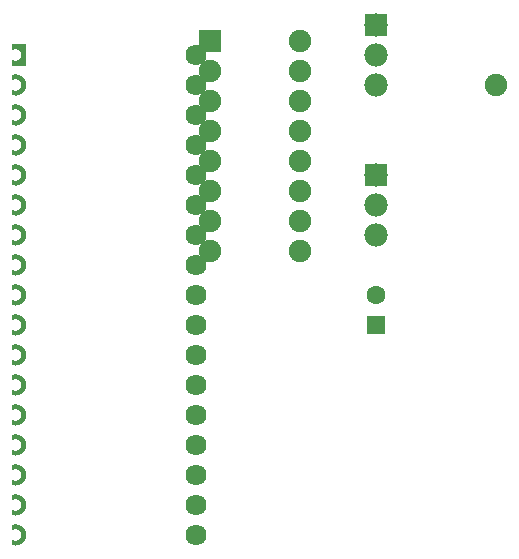
<source format=gbl>
G04 MADE WITH FRITZING*
G04 WWW.FRITZING.ORG*
G04 DOUBLE SIDED*
G04 HOLES PLATED*
G04 CONTOUR ON CENTER OF CONTOUR VECTOR*
%ASAXBY*%
%FSLAX23Y23*%
%MOIN*%
%OFA0B0*%
%SFA1.0B1.0*%
%ADD10C,0.062992*%
%ADD11C,0.075000*%
%ADD12C,0.078000*%
%ADD13C,0.070555*%
%ADD14C,0.070583*%
%ADD15R,0.062992X0.062992*%
%ADD16R,0.078000X0.078000*%
%ADD17R,0.075000X0.075000*%
%ADD18R,0.001000X0.001000*%
%LNCOPPER0*%
G90*
G70*
G54D10*
X1211Y1179D03*
X1211Y1278D03*
G54D11*
X1611Y1978D03*
G54D12*
X1211Y2178D03*
X1211Y2078D03*
X1211Y1978D03*
X1211Y1678D03*
X1211Y1578D03*
X1211Y1478D03*
G54D13*
X611Y2078D03*
X611Y1978D03*
X611Y1878D03*
X611Y1778D03*
X611Y1678D03*
X611Y1578D03*
X611Y1278D03*
G54D14*
X611Y1178D03*
G54D13*
X611Y1378D03*
X611Y1478D03*
G54D14*
X611Y1078D03*
X611Y978D03*
G54D13*
X611Y878D03*
X611Y778D03*
G54D14*
X611Y678D03*
X611Y578D03*
X611Y478D03*
G54D11*
X657Y2125D03*
X957Y2125D03*
X657Y2025D03*
X957Y2025D03*
X657Y1925D03*
X957Y1925D03*
X657Y1825D03*
X957Y1825D03*
X657Y1725D03*
X957Y1725D03*
X657Y1625D03*
X957Y1625D03*
X657Y1525D03*
X957Y1525D03*
X657Y1425D03*
X957Y1425D03*
G54D15*
X1211Y1179D03*
G54D16*
X1211Y2178D03*
X1211Y1678D03*
G54D17*
X657Y2125D03*
G54D18*
X0Y2113D02*
X45Y2113D01*
X0Y2112D02*
X45Y2112D01*
X0Y2111D02*
X45Y2111D01*
X0Y2110D02*
X45Y2110D01*
X0Y2109D02*
X45Y2109D01*
X0Y2108D02*
X45Y2108D01*
X0Y2107D02*
X45Y2107D01*
X0Y2106D02*
X45Y2106D01*
X0Y2105D02*
X45Y2105D01*
X0Y2104D02*
X45Y2104D01*
X0Y2103D02*
X45Y2103D01*
X0Y2102D02*
X45Y2102D01*
X0Y2101D02*
X45Y2101D01*
X0Y2100D02*
X45Y2100D01*
X0Y2099D02*
X45Y2099D01*
X0Y2098D02*
X45Y2098D01*
X0Y2097D02*
X45Y2097D01*
X0Y2096D02*
X5Y2096D01*
X17Y2096D02*
X45Y2096D01*
X0Y2095D02*
X2Y2095D01*
X20Y2095D02*
X45Y2095D01*
X0Y2094D02*
X0Y2094D01*
X22Y2094D02*
X45Y2094D01*
X23Y2093D02*
X45Y2093D01*
X24Y2092D02*
X45Y2092D01*
X25Y2091D02*
X45Y2091D01*
X26Y2090D02*
X45Y2090D01*
X27Y2089D02*
X45Y2089D01*
X27Y2088D02*
X45Y2088D01*
X28Y2087D02*
X45Y2087D01*
X28Y2086D02*
X45Y2086D01*
X29Y2085D02*
X45Y2085D01*
X29Y2084D02*
X45Y2084D01*
X29Y2083D02*
X45Y2083D01*
X29Y2082D02*
X45Y2082D01*
X29Y2081D02*
X45Y2081D01*
X30Y2080D02*
X45Y2080D01*
X30Y2079D02*
X45Y2079D01*
X30Y2078D02*
X45Y2078D01*
X30Y2077D02*
X45Y2077D01*
X30Y2076D02*
X45Y2076D01*
X29Y2075D02*
X45Y2075D01*
X29Y2074D02*
X45Y2074D01*
X29Y2073D02*
X45Y2073D01*
X29Y2072D02*
X45Y2072D01*
X29Y2071D02*
X45Y2071D01*
X28Y2070D02*
X45Y2070D01*
X28Y2069D02*
X45Y2069D01*
X27Y2068D02*
X45Y2068D01*
X27Y2067D02*
X45Y2067D01*
X26Y2066D02*
X45Y2066D01*
X25Y2065D02*
X45Y2065D01*
X24Y2064D02*
X45Y2064D01*
X23Y2063D02*
X45Y2063D01*
X0Y2062D02*
X0Y2062D01*
X21Y2062D02*
X45Y2062D01*
X0Y2061D02*
X2Y2061D01*
X19Y2061D02*
X45Y2061D01*
X0Y2060D02*
X5Y2060D01*
X16Y2060D02*
X45Y2060D01*
X0Y2059D02*
X45Y2059D01*
X0Y2058D02*
X45Y2058D01*
X0Y2057D02*
X45Y2057D01*
X0Y2056D02*
X45Y2056D01*
X0Y2055D02*
X45Y2055D01*
X0Y2054D02*
X45Y2054D01*
X0Y2053D02*
X45Y2053D01*
X0Y2052D02*
X45Y2052D01*
X0Y2051D02*
X45Y2051D01*
X0Y2050D02*
X45Y2050D01*
X0Y2049D02*
X45Y2049D01*
X0Y2048D02*
X45Y2048D01*
X0Y2047D02*
X45Y2047D01*
X0Y2046D02*
X45Y2046D01*
X0Y2045D02*
X45Y2045D01*
X0Y2044D02*
X45Y2044D01*
X0Y2043D02*
X45Y2043D01*
X7Y2013D02*
X15Y2013D01*
X2Y2012D02*
X19Y2012D01*
X0Y2011D02*
X22Y2011D01*
X0Y2010D02*
X24Y2010D01*
X0Y2009D02*
X26Y2009D01*
X0Y2008D02*
X28Y2008D01*
X0Y2007D02*
X29Y2007D01*
X0Y2006D02*
X31Y2006D01*
X0Y2005D02*
X32Y2005D01*
X0Y2004D02*
X33Y2004D01*
X0Y2003D02*
X34Y2003D01*
X0Y2002D02*
X35Y2002D01*
X0Y2001D02*
X36Y2001D01*
X0Y2000D02*
X37Y2000D01*
X0Y1999D02*
X38Y1999D01*
X0Y1998D02*
X39Y1998D01*
X0Y1997D02*
X39Y1997D01*
X0Y1996D02*
X5Y1996D01*
X17Y1996D02*
X40Y1996D01*
X0Y1995D02*
X2Y1995D01*
X20Y1995D02*
X41Y1995D01*
X0Y1994D02*
X0Y1994D01*
X22Y1994D02*
X41Y1994D01*
X23Y1993D02*
X42Y1993D01*
X24Y1992D02*
X42Y1992D01*
X25Y1991D02*
X43Y1991D01*
X26Y1990D02*
X43Y1990D01*
X27Y1989D02*
X43Y1989D01*
X27Y1988D02*
X44Y1988D01*
X28Y1987D02*
X44Y1987D01*
X28Y1986D02*
X44Y1986D01*
X29Y1985D02*
X45Y1985D01*
X29Y1984D02*
X45Y1984D01*
X29Y1983D02*
X45Y1983D01*
X29Y1982D02*
X45Y1982D01*
X29Y1981D02*
X45Y1981D01*
X30Y1980D02*
X45Y1980D01*
X30Y1979D02*
X45Y1979D01*
X30Y1978D02*
X45Y1978D01*
X30Y1977D02*
X45Y1977D01*
X30Y1976D02*
X45Y1976D01*
X29Y1975D02*
X45Y1975D01*
X29Y1974D02*
X45Y1974D01*
X29Y1973D02*
X45Y1973D01*
X29Y1972D02*
X45Y1972D01*
X29Y1971D02*
X45Y1971D01*
X28Y1970D02*
X44Y1970D01*
X28Y1969D02*
X44Y1969D01*
X27Y1968D02*
X44Y1968D01*
X27Y1967D02*
X43Y1967D01*
X26Y1966D02*
X43Y1966D01*
X25Y1965D02*
X42Y1965D01*
X24Y1964D02*
X42Y1964D01*
X23Y1963D02*
X42Y1963D01*
X0Y1962D02*
X0Y1962D01*
X21Y1962D02*
X41Y1962D01*
X0Y1961D02*
X2Y1961D01*
X19Y1961D02*
X40Y1961D01*
X0Y1960D02*
X5Y1960D01*
X16Y1960D02*
X40Y1960D01*
X0Y1959D02*
X39Y1959D01*
X0Y1958D02*
X38Y1958D01*
X0Y1957D02*
X38Y1957D01*
X0Y1956D02*
X37Y1956D01*
X0Y1955D02*
X36Y1955D01*
X0Y1954D02*
X35Y1954D01*
X0Y1953D02*
X34Y1953D01*
X0Y1952D02*
X33Y1952D01*
X0Y1951D02*
X32Y1951D01*
X0Y1950D02*
X30Y1950D01*
X0Y1949D02*
X29Y1949D01*
X0Y1948D02*
X28Y1948D01*
X0Y1947D02*
X26Y1947D01*
X0Y1946D02*
X24Y1946D01*
X0Y1945D02*
X21Y1945D01*
X3Y1944D02*
X18Y1944D01*
X8Y1943D02*
X13Y1943D01*
X7Y1913D02*
X15Y1913D01*
X2Y1912D02*
X19Y1912D01*
X0Y1911D02*
X22Y1911D01*
X0Y1910D02*
X24Y1910D01*
X0Y1909D02*
X26Y1909D01*
X0Y1908D02*
X28Y1908D01*
X0Y1907D02*
X29Y1907D01*
X0Y1906D02*
X31Y1906D01*
X0Y1905D02*
X32Y1905D01*
X0Y1904D02*
X33Y1904D01*
X0Y1903D02*
X34Y1903D01*
X0Y1902D02*
X35Y1902D01*
X0Y1901D02*
X36Y1901D01*
X0Y1900D02*
X37Y1900D01*
X0Y1899D02*
X38Y1899D01*
X0Y1898D02*
X39Y1898D01*
X0Y1897D02*
X39Y1897D01*
X0Y1896D02*
X5Y1896D01*
X17Y1896D02*
X40Y1896D01*
X0Y1895D02*
X2Y1895D01*
X20Y1895D02*
X41Y1895D01*
X0Y1894D02*
X0Y1894D01*
X22Y1894D02*
X41Y1894D01*
X23Y1893D02*
X42Y1893D01*
X24Y1892D02*
X42Y1892D01*
X25Y1891D02*
X43Y1891D01*
X26Y1890D02*
X43Y1890D01*
X27Y1889D02*
X43Y1889D01*
X27Y1888D02*
X44Y1888D01*
X28Y1887D02*
X44Y1887D01*
X28Y1886D02*
X44Y1886D01*
X29Y1885D02*
X45Y1885D01*
X29Y1884D02*
X45Y1884D01*
X29Y1883D02*
X45Y1883D01*
X29Y1882D02*
X45Y1882D01*
X29Y1881D02*
X45Y1881D01*
X30Y1880D02*
X45Y1880D01*
X30Y1879D02*
X45Y1879D01*
X30Y1878D02*
X45Y1878D01*
X30Y1877D02*
X45Y1877D01*
X30Y1876D02*
X45Y1876D01*
X29Y1875D02*
X45Y1875D01*
X29Y1874D02*
X45Y1874D01*
X29Y1873D02*
X45Y1873D01*
X29Y1872D02*
X45Y1872D01*
X29Y1871D02*
X45Y1871D01*
X28Y1870D02*
X44Y1870D01*
X28Y1869D02*
X44Y1869D01*
X27Y1868D02*
X44Y1868D01*
X27Y1867D02*
X43Y1867D01*
X26Y1866D02*
X43Y1866D01*
X25Y1865D02*
X42Y1865D01*
X24Y1864D02*
X42Y1864D01*
X23Y1863D02*
X41Y1863D01*
X0Y1862D02*
X0Y1862D01*
X21Y1862D02*
X41Y1862D01*
X0Y1861D02*
X2Y1861D01*
X19Y1861D02*
X40Y1861D01*
X0Y1860D02*
X5Y1860D01*
X16Y1860D02*
X40Y1860D01*
X0Y1859D02*
X39Y1859D01*
X0Y1858D02*
X38Y1858D01*
X0Y1857D02*
X38Y1857D01*
X0Y1856D02*
X37Y1856D01*
X0Y1855D02*
X36Y1855D01*
X0Y1854D02*
X35Y1854D01*
X0Y1853D02*
X34Y1853D01*
X0Y1852D02*
X33Y1852D01*
X0Y1851D02*
X32Y1851D01*
X0Y1850D02*
X30Y1850D01*
X0Y1849D02*
X29Y1849D01*
X0Y1848D02*
X27Y1848D01*
X0Y1847D02*
X26Y1847D01*
X0Y1846D02*
X24Y1846D01*
X0Y1845D02*
X21Y1845D01*
X3Y1844D02*
X18Y1844D01*
X8Y1843D02*
X13Y1843D01*
X7Y1813D02*
X15Y1813D01*
X2Y1812D02*
X19Y1812D01*
X0Y1811D02*
X22Y1811D01*
X0Y1810D02*
X24Y1810D01*
X0Y1809D02*
X26Y1809D01*
X0Y1808D02*
X28Y1808D01*
X0Y1807D02*
X29Y1807D01*
X0Y1806D02*
X31Y1806D01*
X0Y1805D02*
X32Y1805D01*
X0Y1804D02*
X33Y1804D01*
X0Y1803D02*
X34Y1803D01*
X0Y1802D02*
X35Y1802D01*
X0Y1801D02*
X36Y1801D01*
X0Y1800D02*
X37Y1800D01*
X0Y1799D02*
X38Y1799D01*
X0Y1798D02*
X39Y1798D01*
X0Y1797D02*
X39Y1797D01*
X0Y1796D02*
X5Y1796D01*
X17Y1796D02*
X40Y1796D01*
X0Y1795D02*
X2Y1795D01*
X20Y1795D02*
X41Y1795D01*
X0Y1794D02*
X0Y1794D01*
X22Y1794D02*
X41Y1794D01*
X23Y1793D02*
X42Y1793D01*
X24Y1792D02*
X42Y1792D01*
X25Y1791D02*
X43Y1791D01*
X26Y1790D02*
X43Y1790D01*
X27Y1789D02*
X43Y1789D01*
X27Y1788D02*
X44Y1788D01*
X28Y1787D02*
X44Y1787D01*
X28Y1786D02*
X44Y1786D01*
X29Y1785D02*
X45Y1785D01*
X29Y1784D02*
X45Y1784D01*
X29Y1783D02*
X45Y1783D01*
X29Y1782D02*
X45Y1782D01*
X29Y1781D02*
X45Y1781D01*
X30Y1780D02*
X45Y1780D01*
X30Y1779D02*
X45Y1779D01*
X30Y1778D02*
X45Y1778D01*
X30Y1777D02*
X45Y1777D01*
X30Y1776D02*
X45Y1776D01*
X29Y1775D02*
X45Y1775D01*
X29Y1774D02*
X45Y1774D01*
X29Y1773D02*
X45Y1773D01*
X29Y1772D02*
X45Y1772D01*
X29Y1771D02*
X45Y1771D01*
X28Y1770D02*
X44Y1770D01*
X28Y1769D02*
X44Y1769D01*
X27Y1768D02*
X44Y1768D01*
X27Y1767D02*
X43Y1767D01*
X26Y1766D02*
X43Y1766D01*
X25Y1765D02*
X42Y1765D01*
X24Y1764D02*
X42Y1764D01*
X23Y1763D02*
X41Y1763D01*
X0Y1762D02*
X0Y1762D01*
X21Y1762D02*
X41Y1762D01*
X0Y1761D02*
X2Y1761D01*
X19Y1761D02*
X40Y1761D01*
X0Y1760D02*
X5Y1760D01*
X16Y1760D02*
X40Y1760D01*
X0Y1759D02*
X39Y1759D01*
X0Y1758D02*
X38Y1758D01*
X0Y1757D02*
X38Y1757D01*
X0Y1756D02*
X37Y1756D01*
X0Y1755D02*
X36Y1755D01*
X0Y1754D02*
X35Y1754D01*
X0Y1753D02*
X34Y1753D01*
X0Y1752D02*
X33Y1752D01*
X0Y1751D02*
X32Y1751D01*
X0Y1750D02*
X30Y1750D01*
X0Y1749D02*
X29Y1749D01*
X0Y1748D02*
X27Y1748D01*
X0Y1747D02*
X26Y1747D01*
X0Y1746D02*
X24Y1746D01*
X0Y1745D02*
X21Y1745D01*
X3Y1744D02*
X18Y1744D01*
X8Y1743D02*
X13Y1743D01*
X6Y1713D02*
X15Y1713D01*
X2Y1712D02*
X19Y1712D01*
X0Y1711D02*
X22Y1711D01*
X0Y1710D02*
X24Y1710D01*
X0Y1709D02*
X26Y1709D01*
X0Y1708D02*
X28Y1708D01*
X0Y1707D02*
X29Y1707D01*
X0Y1706D02*
X31Y1706D01*
X0Y1705D02*
X32Y1705D01*
X0Y1704D02*
X33Y1704D01*
X0Y1703D02*
X34Y1703D01*
X0Y1702D02*
X35Y1702D01*
X0Y1701D02*
X36Y1701D01*
X0Y1700D02*
X37Y1700D01*
X0Y1699D02*
X38Y1699D01*
X0Y1698D02*
X39Y1698D01*
X0Y1697D02*
X39Y1697D01*
X0Y1696D02*
X5Y1696D01*
X17Y1696D02*
X40Y1696D01*
X0Y1695D02*
X2Y1695D01*
X20Y1695D02*
X41Y1695D01*
X22Y1694D02*
X41Y1694D01*
X23Y1693D02*
X42Y1693D01*
X24Y1692D02*
X42Y1692D01*
X25Y1691D02*
X43Y1691D01*
X26Y1690D02*
X43Y1690D01*
X27Y1689D02*
X43Y1689D01*
X27Y1688D02*
X44Y1688D01*
X28Y1687D02*
X44Y1687D01*
X28Y1686D02*
X44Y1686D01*
X29Y1685D02*
X45Y1685D01*
X29Y1684D02*
X45Y1684D01*
X29Y1683D02*
X45Y1683D01*
X29Y1682D02*
X45Y1682D01*
X29Y1681D02*
X45Y1681D01*
X30Y1680D02*
X45Y1680D01*
X30Y1679D02*
X45Y1679D01*
X30Y1678D02*
X45Y1678D01*
X30Y1677D02*
X45Y1677D01*
X30Y1676D02*
X45Y1676D01*
X29Y1675D02*
X45Y1675D01*
X29Y1674D02*
X45Y1674D01*
X29Y1673D02*
X45Y1673D01*
X29Y1672D02*
X45Y1672D01*
X29Y1671D02*
X45Y1671D01*
X28Y1670D02*
X44Y1670D01*
X28Y1669D02*
X44Y1669D01*
X27Y1668D02*
X44Y1668D01*
X27Y1667D02*
X43Y1667D01*
X26Y1666D02*
X43Y1666D01*
X25Y1665D02*
X42Y1665D01*
X24Y1664D02*
X42Y1664D01*
X23Y1663D02*
X41Y1663D01*
X0Y1662D02*
X0Y1662D01*
X21Y1662D02*
X41Y1662D01*
X0Y1661D02*
X2Y1661D01*
X19Y1661D02*
X40Y1661D01*
X0Y1660D02*
X5Y1660D01*
X16Y1660D02*
X40Y1660D01*
X0Y1659D02*
X39Y1659D01*
X0Y1658D02*
X38Y1658D01*
X0Y1657D02*
X38Y1657D01*
X0Y1656D02*
X37Y1656D01*
X0Y1655D02*
X36Y1655D01*
X0Y1654D02*
X35Y1654D01*
X0Y1653D02*
X34Y1653D01*
X0Y1652D02*
X33Y1652D01*
X0Y1651D02*
X32Y1651D01*
X0Y1650D02*
X30Y1650D01*
X0Y1649D02*
X29Y1649D01*
X0Y1648D02*
X27Y1648D01*
X0Y1647D02*
X26Y1647D01*
X0Y1646D02*
X24Y1646D01*
X0Y1645D02*
X21Y1645D01*
X3Y1644D02*
X18Y1644D01*
X8Y1643D02*
X13Y1643D01*
X6Y1613D02*
X15Y1613D01*
X2Y1612D02*
X19Y1612D01*
X0Y1611D02*
X22Y1611D01*
X0Y1610D02*
X24Y1610D01*
X0Y1609D02*
X26Y1609D01*
X0Y1608D02*
X28Y1608D01*
X0Y1607D02*
X29Y1607D01*
X0Y1606D02*
X31Y1606D01*
X0Y1605D02*
X32Y1605D01*
X0Y1604D02*
X33Y1604D01*
X0Y1603D02*
X34Y1603D01*
X0Y1602D02*
X35Y1602D01*
X0Y1601D02*
X36Y1601D01*
X0Y1600D02*
X37Y1600D01*
X0Y1599D02*
X38Y1599D01*
X0Y1598D02*
X39Y1598D01*
X0Y1597D02*
X39Y1597D01*
X0Y1596D02*
X4Y1596D01*
X17Y1596D02*
X40Y1596D01*
X0Y1595D02*
X1Y1595D01*
X20Y1595D02*
X41Y1595D01*
X22Y1594D02*
X41Y1594D01*
X23Y1593D02*
X42Y1593D01*
X24Y1592D02*
X42Y1592D01*
X25Y1591D02*
X43Y1591D01*
X26Y1590D02*
X43Y1590D01*
X27Y1589D02*
X43Y1589D01*
X27Y1588D02*
X44Y1588D01*
X28Y1587D02*
X44Y1587D01*
X28Y1586D02*
X44Y1586D01*
X29Y1585D02*
X45Y1585D01*
X29Y1584D02*
X45Y1584D01*
X29Y1583D02*
X45Y1583D01*
X29Y1582D02*
X45Y1582D01*
X29Y1581D02*
X45Y1581D01*
X30Y1580D02*
X45Y1580D01*
X30Y1579D02*
X45Y1579D01*
X30Y1578D02*
X45Y1578D01*
X30Y1577D02*
X45Y1577D01*
X30Y1576D02*
X45Y1576D01*
X29Y1575D02*
X45Y1575D01*
X29Y1574D02*
X45Y1574D01*
X29Y1573D02*
X45Y1573D01*
X29Y1572D02*
X45Y1572D01*
X29Y1571D02*
X45Y1571D01*
X28Y1570D02*
X44Y1570D01*
X28Y1569D02*
X44Y1569D01*
X27Y1568D02*
X44Y1568D01*
X27Y1567D02*
X43Y1567D01*
X26Y1566D02*
X43Y1566D01*
X25Y1565D02*
X42Y1565D01*
X24Y1564D02*
X42Y1564D01*
X23Y1563D02*
X41Y1563D01*
X0Y1562D02*
X0Y1562D01*
X21Y1562D02*
X41Y1562D01*
X0Y1561D02*
X2Y1561D01*
X19Y1561D02*
X40Y1561D01*
X0Y1560D02*
X5Y1560D01*
X16Y1560D02*
X40Y1560D01*
X0Y1559D02*
X39Y1559D01*
X0Y1558D02*
X38Y1558D01*
X0Y1557D02*
X38Y1557D01*
X0Y1556D02*
X37Y1556D01*
X0Y1555D02*
X36Y1555D01*
X0Y1554D02*
X35Y1554D01*
X0Y1553D02*
X34Y1553D01*
X0Y1552D02*
X33Y1552D01*
X0Y1551D02*
X32Y1551D01*
X0Y1550D02*
X30Y1550D01*
X0Y1549D02*
X29Y1549D01*
X0Y1548D02*
X27Y1548D01*
X0Y1547D02*
X26Y1547D01*
X0Y1546D02*
X24Y1546D01*
X0Y1545D02*
X21Y1545D01*
X3Y1544D02*
X18Y1544D01*
X9Y1543D02*
X13Y1543D01*
X6Y1513D02*
X15Y1513D01*
X2Y1512D02*
X19Y1512D01*
X0Y1511D02*
X22Y1511D01*
X0Y1510D02*
X24Y1510D01*
X0Y1509D02*
X26Y1509D01*
X0Y1508D02*
X28Y1508D01*
X0Y1507D02*
X29Y1507D01*
X0Y1506D02*
X31Y1506D01*
X0Y1505D02*
X32Y1505D01*
X0Y1504D02*
X33Y1504D01*
X0Y1503D02*
X34Y1503D01*
X0Y1502D02*
X35Y1502D01*
X0Y1501D02*
X36Y1501D01*
X0Y1500D02*
X37Y1500D01*
X0Y1499D02*
X38Y1499D01*
X0Y1498D02*
X39Y1498D01*
X0Y1497D02*
X39Y1497D01*
X0Y1496D02*
X4Y1496D01*
X17Y1496D02*
X40Y1496D01*
X0Y1495D02*
X1Y1495D01*
X20Y1495D02*
X41Y1495D01*
X22Y1494D02*
X41Y1494D01*
X23Y1493D02*
X42Y1493D01*
X24Y1492D02*
X42Y1492D01*
X25Y1491D02*
X43Y1491D01*
X26Y1490D02*
X43Y1490D01*
X27Y1489D02*
X43Y1489D01*
X27Y1488D02*
X44Y1488D01*
X28Y1487D02*
X44Y1487D01*
X28Y1486D02*
X44Y1486D01*
X29Y1485D02*
X45Y1485D01*
X29Y1484D02*
X45Y1484D01*
X29Y1483D02*
X45Y1483D01*
X29Y1482D02*
X45Y1482D01*
X29Y1481D02*
X45Y1481D01*
X30Y1480D02*
X45Y1480D01*
X30Y1479D02*
X45Y1479D01*
X30Y1478D02*
X45Y1478D01*
X30Y1477D02*
X45Y1477D01*
X30Y1476D02*
X45Y1476D01*
X29Y1475D02*
X45Y1475D01*
X29Y1474D02*
X45Y1474D01*
X29Y1473D02*
X45Y1473D01*
X29Y1472D02*
X45Y1472D01*
X29Y1471D02*
X45Y1471D01*
X28Y1470D02*
X44Y1470D01*
X28Y1469D02*
X44Y1469D01*
X27Y1468D02*
X44Y1468D01*
X27Y1467D02*
X43Y1467D01*
X26Y1466D02*
X43Y1466D01*
X25Y1465D02*
X42Y1465D01*
X24Y1464D02*
X42Y1464D01*
X23Y1463D02*
X41Y1463D01*
X0Y1462D02*
X0Y1462D01*
X21Y1462D02*
X41Y1462D01*
X0Y1461D02*
X2Y1461D01*
X19Y1461D02*
X40Y1461D01*
X0Y1460D02*
X6Y1460D01*
X16Y1460D02*
X40Y1460D01*
X0Y1459D02*
X39Y1459D01*
X0Y1458D02*
X38Y1458D01*
X0Y1457D02*
X38Y1457D01*
X0Y1456D02*
X37Y1456D01*
X0Y1455D02*
X36Y1455D01*
X0Y1454D02*
X35Y1454D01*
X0Y1453D02*
X34Y1453D01*
X0Y1452D02*
X33Y1452D01*
X0Y1451D02*
X32Y1451D01*
X0Y1450D02*
X30Y1450D01*
X0Y1449D02*
X29Y1449D01*
X0Y1448D02*
X27Y1448D01*
X0Y1447D02*
X26Y1447D01*
X0Y1446D02*
X24Y1446D01*
X0Y1445D02*
X21Y1445D01*
X3Y1444D02*
X18Y1444D01*
X9Y1443D02*
X12Y1443D01*
X6Y1413D02*
X15Y1413D01*
X2Y1412D02*
X19Y1412D01*
X0Y1411D02*
X22Y1411D01*
X0Y1410D02*
X24Y1410D01*
X0Y1409D02*
X26Y1409D01*
X0Y1408D02*
X28Y1408D01*
X0Y1407D02*
X29Y1407D01*
X0Y1406D02*
X31Y1406D01*
X0Y1405D02*
X32Y1405D01*
X0Y1404D02*
X33Y1404D01*
X0Y1403D02*
X34Y1403D01*
X0Y1402D02*
X35Y1402D01*
X0Y1401D02*
X36Y1401D01*
X0Y1400D02*
X37Y1400D01*
X0Y1399D02*
X38Y1399D01*
X0Y1398D02*
X39Y1398D01*
X0Y1397D02*
X39Y1397D01*
X0Y1396D02*
X4Y1396D01*
X17Y1396D02*
X40Y1396D01*
X0Y1395D02*
X1Y1395D01*
X20Y1395D02*
X41Y1395D01*
X22Y1394D02*
X41Y1394D01*
X23Y1393D02*
X42Y1393D01*
X24Y1392D02*
X42Y1392D01*
X25Y1391D02*
X43Y1391D01*
X26Y1390D02*
X43Y1390D01*
X27Y1389D02*
X43Y1389D01*
X27Y1388D02*
X44Y1388D01*
X28Y1387D02*
X44Y1387D01*
X28Y1386D02*
X44Y1386D01*
X29Y1385D02*
X45Y1385D01*
X29Y1384D02*
X45Y1384D01*
X29Y1383D02*
X45Y1383D01*
X29Y1382D02*
X45Y1382D01*
X29Y1381D02*
X45Y1381D01*
X30Y1380D02*
X45Y1380D01*
X30Y1379D02*
X45Y1379D01*
X30Y1378D02*
X45Y1378D01*
X30Y1377D02*
X45Y1377D01*
X30Y1376D02*
X45Y1376D01*
X29Y1375D02*
X45Y1375D01*
X29Y1374D02*
X45Y1374D01*
X29Y1373D02*
X45Y1373D01*
X29Y1372D02*
X45Y1372D01*
X29Y1371D02*
X45Y1371D01*
X28Y1370D02*
X44Y1370D01*
X28Y1369D02*
X44Y1369D01*
X27Y1368D02*
X44Y1368D01*
X27Y1367D02*
X43Y1367D01*
X26Y1366D02*
X43Y1366D01*
X25Y1365D02*
X42Y1365D01*
X24Y1364D02*
X42Y1364D01*
X23Y1363D02*
X41Y1363D01*
X0Y1362D02*
X0Y1362D01*
X21Y1362D02*
X41Y1362D01*
X0Y1361D02*
X2Y1361D01*
X19Y1361D02*
X40Y1361D01*
X0Y1360D02*
X6Y1360D01*
X16Y1360D02*
X40Y1360D01*
X0Y1359D02*
X39Y1359D01*
X0Y1358D02*
X38Y1358D01*
X0Y1357D02*
X38Y1357D01*
X0Y1356D02*
X37Y1356D01*
X0Y1355D02*
X36Y1355D01*
X0Y1354D02*
X35Y1354D01*
X0Y1353D02*
X34Y1353D01*
X0Y1352D02*
X33Y1352D01*
X0Y1351D02*
X32Y1351D01*
X0Y1350D02*
X30Y1350D01*
X0Y1349D02*
X29Y1349D01*
X0Y1348D02*
X27Y1348D01*
X0Y1347D02*
X26Y1347D01*
X0Y1346D02*
X24Y1346D01*
X0Y1345D02*
X21Y1345D01*
X3Y1344D02*
X18Y1344D01*
X9Y1343D02*
X12Y1343D01*
X6Y1313D02*
X15Y1313D01*
X2Y1312D02*
X19Y1312D01*
X0Y1311D02*
X22Y1311D01*
X0Y1310D02*
X24Y1310D01*
X0Y1309D02*
X26Y1309D01*
X0Y1308D02*
X28Y1308D01*
X0Y1307D02*
X29Y1307D01*
X0Y1306D02*
X31Y1306D01*
X0Y1305D02*
X32Y1305D01*
X0Y1304D02*
X33Y1304D01*
X0Y1303D02*
X34Y1303D01*
X0Y1302D02*
X35Y1302D01*
X0Y1301D02*
X36Y1301D01*
X0Y1300D02*
X37Y1300D01*
X0Y1299D02*
X38Y1299D01*
X0Y1298D02*
X39Y1298D01*
X0Y1297D02*
X39Y1297D01*
X0Y1296D02*
X4Y1296D01*
X17Y1296D02*
X40Y1296D01*
X0Y1295D02*
X1Y1295D01*
X20Y1295D02*
X41Y1295D01*
X22Y1294D02*
X41Y1294D01*
X23Y1293D02*
X42Y1293D01*
X24Y1292D02*
X42Y1292D01*
X25Y1291D02*
X43Y1291D01*
X26Y1290D02*
X43Y1290D01*
X27Y1289D02*
X43Y1289D01*
X27Y1288D02*
X44Y1288D01*
X28Y1287D02*
X44Y1287D01*
X28Y1286D02*
X44Y1286D01*
X29Y1285D02*
X45Y1285D01*
X29Y1284D02*
X45Y1284D01*
X29Y1283D02*
X45Y1283D01*
X29Y1282D02*
X45Y1282D01*
X29Y1281D02*
X45Y1281D01*
X30Y1280D02*
X45Y1280D01*
X30Y1279D02*
X45Y1279D01*
X30Y1278D02*
X45Y1278D01*
X30Y1277D02*
X45Y1277D01*
X30Y1276D02*
X45Y1276D01*
X29Y1275D02*
X45Y1275D01*
X29Y1274D02*
X45Y1274D01*
X29Y1273D02*
X45Y1273D01*
X29Y1272D02*
X45Y1272D01*
X29Y1271D02*
X45Y1271D01*
X28Y1270D02*
X44Y1270D01*
X28Y1269D02*
X44Y1269D01*
X27Y1268D02*
X44Y1268D01*
X27Y1267D02*
X43Y1267D01*
X26Y1266D02*
X43Y1266D01*
X25Y1265D02*
X42Y1265D01*
X24Y1264D02*
X42Y1264D01*
X23Y1263D02*
X41Y1263D01*
X0Y1262D02*
X0Y1262D01*
X21Y1262D02*
X41Y1262D01*
X0Y1261D02*
X2Y1261D01*
X19Y1261D02*
X40Y1261D01*
X0Y1260D02*
X6Y1260D01*
X16Y1260D02*
X40Y1260D01*
X0Y1259D02*
X39Y1259D01*
X0Y1258D02*
X38Y1258D01*
X0Y1257D02*
X38Y1257D01*
X0Y1256D02*
X37Y1256D01*
X0Y1255D02*
X36Y1255D01*
X0Y1254D02*
X35Y1254D01*
X0Y1253D02*
X34Y1253D01*
X0Y1252D02*
X33Y1252D01*
X0Y1251D02*
X32Y1251D01*
X0Y1250D02*
X30Y1250D01*
X0Y1249D02*
X29Y1249D01*
X0Y1248D02*
X27Y1248D01*
X0Y1247D02*
X26Y1247D01*
X0Y1246D02*
X24Y1246D01*
X0Y1245D02*
X21Y1245D01*
X3Y1244D02*
X18Y1244D01*
X9Y1243D02*
X12Y1243D01*
X6Y1213D02*
X15Y1213D01*
X2Y1212D02*
X19Y1212D01*
X0Y1211D02*
X22Y1211D01*
X0Y1210D02*
X24Y1210D01*
X0Y1209D02*
X26Y1209D01*
X0Y1208D02*
X28Y1208D01*
X0Y1207D02*
X29Y1207D01*
X0Y1206D02*
X31Y1206D01*
X0Y1205D02*
X32Y1205D01*
X0Y1204D02*
X33Y1204D01*
X0Y1203D02*
X34Y1203D01*
X0Y1202D02*
X35Y1202D01*
X0Y1201D02*
X36Y1201D01*
X0Y1200D02*
X37Y1200D01*
X0Y1199D02*
X38Y1199D01*
X0Y1198D02*
X39Y1198D01*
X0Y1197D02*
X39Y1197D01*
X0Y1196D02*
X4Y1196D01*
X17Y1196D02*
X40Y1196D01*
X0Y1195D02*
X1Y1195D01*
X20Y1195D02*
X41Y1195D01*
X22Y1194D02*
X41Y1194D01*
X23Y1193D02*
X42Y1193D01*
X24Y1192D02*
X42Y1192D01*
X25Y1191D02*
X43Y1191D01*
X26Y1190D02*
X43Y1190D01*
X27Y1189D02*
X43Y1189D01*
X27Y1188D02*
X44Y1188D01*
X28Y1187D02*
X44Y1187D01*
X28Y1186D02*
X44Y1186D01*
X29Y1185D02*
X45Y1185D01*
X29Y1184D02*
X45Y1184D01*
X29Y1183D02*
X45Y1183D01*
X29Y1182D02*
X45Y1182D01*
X29Y1181D02*
X45Y1181D01*
X30Y1180D02*
X45Y1180D01*
X30Y1179D02*
X45Y1179D01*
X30Y1178D02*
X45Y1178D01*
X30Y1177D02*
X45Y1177D01*
X30Y1176D02*
X45Y1176D01*
X29Y1175D02*
X45Y1175D01*
X29Y1174D02*
X45Y1174D01*
X29Y1173D02*
X45Y1173D01*
X29Y1172D02*
X45Y1172D01*
X29Y1171D02*
X45Y1171D01*
X28Y1170D02*
X44Y1170D01*
X28Y1169D02*
X44Y1169D01*
X27Y1168D02*
X44Y1168D01*
X27Y1167D02*
X43Y1167D01*
X26Y1166D02*
X43Y1166D01*
X25Y1165D02*
X42Y1165D01*
X24Y1164D02*
X42Y1164D01*
X23Y1163D02*
X41Y1163D01*
X0Y1162D02*
X0Y1162D01*
X21Y1162D02*
X41Y1162D01*
X0Y1161D02*
X2Y1161D01*
X19Y1161D02*
X40Y1161D01*
X0Y1160D02*
X6Y1160D01*
X16Y1160D02*
X40Y1160D01*
X0Y1159D02*
X39Y1159D01*
X0Y1158D02*
X38Y1158D01*
X0Y1157D02*
X38Y1157D01*
X0Y1156D02*
X37Y1156D01*
X0Y1155D02*
X36Y1155D01*
X0Y1154D02*
X35Y1154D01*
X0Y1153D02*
X34Y1153D01*
X0Y1152D02*
X33Y1152D01*
X0Y1151D02*
X32Y1151D01*
X0Y1150D02*
X30Y1150D01*
X0Y1149D02*
X29Y1149D01*
X0Y1148D02*
X27Y1148D01*
X0Y1147D02*
X26Y1147D01*
X0Y1146D02*
X24Y1146D01*
X0Y1145D02*
X21Y1145D01*
X3Y1144D02*
X18Y1144D01*
X9Y1143D02*
X12Y1143D01*
X6Y1113D02*
X15Y1113D01*
X2Y1112D02*
X19Y1112D01*
X0Y1111D02*
X22Y1111D01*
X0Y1110D02*
X24Y1110D01*
X0Y1109D02*
X26Y1109D01*
X0Y1108D02*
X28Y1108D01*
X0Y1107D02*
X30Y1107D01*
X0Y1106D02*
X31Y1106D01*
X0Y1105D02*
X32Y1105D01*
X0Y1104D02*
X33Y1104D01*
X0Y1103D02*
X34Y1103D01*
X0Y1102D02*
X35Y1102D01*
X0Y1101D02*
X36Y1101D01*
X0Y1100D02*
X37Y1100D01*
X0Y1099D02*
X38Y1099D01*
X0Y1098D02*
X39Y1098D01*
X0Y1097D02*
X39Y1097D01*
X0Y1096D02*
X4Y1096D01*
X17Y1096D02*
X40Y1096D01*
X0Y1095D02*
X1Y1095D01*
X20Y1095D02*
X41Y1095D01*
X22Y1094D02*
X41Y1094D01*
X23Y1093D02*
X42Y1093D01*
X24Y1092D02*
X42Y1092D01*
X25Y1091D02*
X43Y1091D01*
X26Y1090D02*
X43Y1090D01*
X27Y1089D02*
X43Y1089D01*
X27Y1088D02*
X44Y1088D01*
X28Y1087D02*
X44Y1087D01*
X28Y1086D02*
X44Y1086D01*
X29Y1085D02*
X45Y1085D01*
X29Y1084D02*
X45Y1084D01*
X29Y1083D02*
X45Y1083D01*
X29Y1082D02*
X45Y1082D01*
X29Y1081D02*
X45Y1081D01*
X30Y1080D02*
X45Y1080D01*
X30Y1079D02*
X45Y1079D01*
X30Y1078D02*
X45Y1078D01*
X30Y1077D02*
X45Y1077D01*
X30Y1076D02*
X45Y1076D01*
X29Y1075D02*
X45Y1075D01*
X29Y1074D02*
X45Y1074D01*
X29Y1073D02*
X45Y1073D01*
X29Y1072D02*
X45Y1072D01*
X29Y1071D02*
X45Y1071D01*
X28Y1070D02*
X44Y1070D01*
X28Y1069D02*
X44Y1069D01*
X27Y1068D02*
X44Y1068D01*
X27Y1067D02*
X43Y1067D01*
X26Y1066D02*
X43Y1066D01*
X25Y1065D02*
X42Y1065D01*
X24Y1064D02*
X42Y1064D01*
X23Y1063D02*
X41Y1063D01*
X0Y1062D02*
X0Y1062D01*
X21Y1062D02*
X41Y1062D01*
X0Y1061D02*
X2Y1061D01*
X19Y1061D02*
X40Y1061D01*
X0Y1060D02*
X6Y1060D01*
X16Y1060D02*
X40Y1060D01*
X0Y1059D02*
X39Y1059D01*
X0Y1058D02*
X38Y1058D01*
X0Y1057D02*
X38Y1057D01*
X0Y1056D02*
X37Y1056D01*
X0Y1055D02*
X36Y1055D01*
X0Y1054D02*
X35Y1054D01*
X0Y1053D02*
X34Y1053D01*
X0Y1052D02*
X33Y1052D01*
X0Y1051D02*
X32Y1051D01*
X0Y1050D02*
X30Y1050D01*
X0Y1049D02*
X29Y1049D01*
X0Y1048D02*
X27Y1048D01*
X0Y1047D02*
X26Y1047D01*
X0Y1046D02*
X24Y1046D01*
X0Y1045D02*
X21Y1045D01*
X3Y1044D02*
X18Y1044D01*
X9Y1043D02*
X12Y1043D01*
X6Y1013D02*
X15Y1013D01*
X2Y1012D02*
X19Y1012D01*
X0Y1011D02*
X22Y1011D01*
X0Y1010D02*
X24Y1010D01*
X0Y1009D02*
X26Y1009D01*
X0Y1008D02*
X28Y1008D01*
X0Y1007D02*
X30Y1007D01*
X0Y1006D02*
X31Y1006D01*
X0Y1005D02*
X32Y1005D01*
X0Y1004D02*
X33Y1004D01*
X0Y1003D02*
X34Y1003D01*
X0Y1002D02*
X35Y1002D01*
X0Y1001D02*
X36Y1001D01*
X0Y1000D02*
X37Y1000D01*
X0Y999D02*
X38Y999D01*
X0Y998D02*
X39Y998D01*
X0Y997D02*
X39Y997D01*
X0Y996D02*
X4Y996D01*
X17Y996D02*
X40Y996D01*
X0Y995D02*
X1Y995D01*
X20Y995D02*
X41Y995D01*
X22Y994D02*
X41Y994D01*
X23Y993D02*
X42Y993D01*
X24Y992D02*
X42Y992D01*
X25Y991D02*
X43Y991D01*
X26Y990D02*
X43Y990D01*
X27Y989D02*
X43Y989D01*
X27Y988D02*
X44Y988D01*
X28Y987D02*
X44Y987D01*
X28Y986D02*
X44Y986D01*
X29Y985D02*
X45Y985D01*
X29Y984D02*
X45Y984D01*
X29Y983D02*
X45Y983D01*
X29Y982D02*
X45Y982D01*
X29Y981D02*
X45Y981D01*
X30Y980D02*
X45Y980D01*
X30Y979D02*
X45Y979D01*
X30Y978D02*
X45Y978D01*
X30Y977D02*
X45Y977D01*
X30Y976D02*
X45Y976D01*
X29Y975D02*
X45Y975D01*
X29Y974D02*
X45Y974D01*
X29Y973D02*
X45Y973D01*
X29Y972D02*
X45Y972D01*
X29Y971D02*
X45Y971D01*
X28Y970D02*
X44Y970D01*
X28Y969D02*
X44Y969D01*
X27Y968D02*
X44Y968D01*
X27Y967D02*
X43Y967D01*
X26Y966D02*
X43Y966D01*
X25Y965D02*
X42Y965D01*
X24Y964D02*
X42Y964D01*
X23Y963D02*
X41Y963D01*
X0Y962D02*
X0Y962D01*
X21Y962D02*
X41Y962D01*
X0Y961D02*
X2Y961D01*
X19Y961D02*
X40Y961D01*
X0Y960D02*
X6Y960D01*
X16Y960D02*
X40Y960D01*
X0Y959D02*
X39Y959D01*
X0Y958D02*
X38Y958D01*
X0Y957D02*
X38Y957D01*
X0Y956D02*
X37Y956D01*
X0Y955D02*
X36Y955D01*
X0Y954D02*
X35Y954D01*
X0Y953D02*
X34Y953D01*
X0Y952D02*
X33Y952D01*
X0Y951D02*
X32Y951D01*
X0Y950D02*
X30Y950D01*
X0Y949D02*
X29Y949D01*
X0Y948D02*
X27Y948D01*
X0Y947D02*
X26Y947D01*
X0Y946D02*
X24Y946D01*
X0Y945D02*
X21Y945D01*
X3Y944D02*
X18Y944D01*
X9Y943D02*
X12Y943D01*
X6Y913D02*
X15Y913D01*
X2Y912D02*
X19Y912D01*
X0Y911D02*
X22Y911D01*
X0Y910D02*
X24Y910D01*
X0Y909D02*
X26Y909D01*
X0Y908D02*
X28Y908D01*
X0Y907D02*
X29Y907D01*
X0Y906D02*
X31Y906D01*
X0Y905D02*
X32Y905D01*
X0Y904D02*
X33Y904D01*
X0Y903D02*
X34Y903D01*
X0Y902D02*
X35Y902D01*
X0Y901D02*
X36Y901D01*
X0Y900D02*
X37Y900D01*
X0Y899D02*
X38Y899D01*
X0Y898D02*
X39Y898D01*
X0Y897D02*
X39Y897D01*
X0Y896D02*
X4Y896D01*
X17Y896D02*
X40Y896D01*
X0Y895D02*
X1Y895D01*
X20Y895D02*
X41Y895D01*
X22Y894D02*
X41Y894D01*
X23Y893D02*
X42Y893D01*
X24Y892D02*
X42Y892D01*
X25Y891D02*
X43Y891D01*
X26Y890D02*
X43Y890D01*
X27Y889D02*
X43Y889D01*
X27Y888D02*
X44Y888D01*
X28Y887D02*
X44Y887D01*
X28Y886D02*
X44Y886D01*
X29Y885D02*
X45Y885D01*
X29Y884D02*
X45Y884D01*
X29Y883D02*
X45Y883D01*
X29Y882D02*
X45Y882D01*
X29Y881D02*
X45Y881D01*
X30Y880D02*
X45Y880D01*
X30Y879D02*
X45Y879D01*
X30Y878D02*
X45Y878D01*
X30Y877D02*
X45Y877D01*
X30Y876D02*
X45Y876D01*
X29Y875D02*
X45Y875D01*
X29Y874D02*
X45Y874D01*
X29Y873D02*
X45Y873D01*
X29Y872D02*
X45Y872D01*
X29Y871D02*
X44Y871D01*
X28Y870D02*
X44Y870D01*
X28Y869D02*
X44Y869D01*
X27Y868D02*
X44Y868D01*
X27Y867D02*
X43Y867D01*
X26Y866D02*
X43Y866D01*
X25Y865D02*
X42Y865D01*
X24Y864D02*
X42Y864D01*
X23Y863D02*
X41Y863D01*
X0Y862D02*
X0Y862D01*
X21Y862D02*
X41Y862D01*
X0Y861D02*
X2Y861D01*
X19Y861D02*
X40Y861D01*
X0Y860D02*
X6Y860D01*
X15Y860D02*
X40Y860D01*
X0Y859D02*
X39Y859D01*
X0Y858D02*
X38Y858D01*
X0Y857D02*
X38Y857D01*
X0Y856D02*
X37Y856D01*
X0Y855D02*
X36Y855D01*
X0Y854D02*
X35Y854D01*
X0Y853D02*
X34Y853D01*
X0Y852D02*
X33Y852D01*
X0Y851D02*
X32Y851D01*
X0Y850D02*
X30Y850D01*
X0Y849D02*
X29Y849D01*
X0Y848D02*
X27Y848D01*
X0Y847D02*
X26Y847D01*
X0Y846D02*
X24Y846D01*
X0Y845D02*
X21Y845D01*
X3Y844D02*
X18Y844D01*
X10Y843D02*
X12Y843D01*
X6Y813D02*
X15Y813D01*
X2Y812D02*
X19Y812D01*
X0Y811D02*
X22Y811D01*
X0Y810D02*
X24Y810D01*
X0Y809D02*
X26Y809D01*
X0Y808D02*
X28Y808D01*
X0Y807D02*
X30Y807D01*
X0Y806D02*
X31Y806D01*
X0Y805D02*
X32Y805D01*
X0Y804D02*
X33Y804D01*
X0Y803D02*
X34Y803D01*
X0Y802D02*
X35Y802D01*
X0Y801D02*
X36Y801D01*
X0Y800D02*
X37Y800D01*
X0Y799D02*
X38Y799D01*
X0Y798D02*
X39Y798D01*
X0Y797D02*
X39Y797D01*
X0Y796D02*
X4Y796D01*
X17Y796D02*
X40Y796D01*
X0Y795D02*
X1Y795D01*
X20Y795D02*
X41Y795D01*
X22Y794D02*
X41Y794D01*
X23Y793D02*
X42Y793D01*
X24Y792D02*
X42Y792D01*
X25Y791D02*
X43Y791D01*
X26Y790D02*
X43Y790D01*
X27Y789D02*
X43Y789D01*
X27Y788D02*
X44Y788D01*
X28Y787D02*
X44Y787D01*
X28Y786D02*
X44Y786D01*
X29Y785D02*
X45Y785D01*
X29Y784D02*
X45Y784D01*
X29Y783D02*
X45Y783D01*
X29Y782D02*
X45Y782D01*
X29Y781D02*
X45Y781D01*
X30Y780D02*
X45Y780D01*
X30Y779D02*
X45Y779D01*
X30Y778D02*
X45Y778D01*
X30Y777D02*
X45Y777D01*
X30Y776D02*
X45Y776D01*
X29Y775D02*
X45Y775D01*
X29Y774D02*
X45Y774D01*
X29Y773D02*
X45Y773D01*
X29Y772D02*
X45Y772D01*
X29Y771D02*
X44Y771D01*
X28Y770D02*
X44Y770D01*
X28Y769D02*
X44Y769D01*
X27Y768D02*
X44Y768D01*
X27Y767D02*
X43Y767D01*
X26Y766D02*
X43Y766D01*
X25Y765D02*
X42Y765D01*
X24Y764D02*
X42Y764D01*
X23Y763D02*
X41Y763D01*
X0Y762D02*
X0Y762D01*
X21Y762D02*
X41Y762D01*
X0Y761D02*
X2Y761D01*
X19Y761D02*
X40Y761D01*
X0Y760D02*
X6Y760D01*
X15Y760D02*
X40Y760D01*
X0Y759D02*
X39Y759D01*
X0Y758D02*
X38Y758D01*
X0Y757D02*
X38Y757D01*
X0Y756D02*
X37Y756D01*
X0Y755D02*
X36Y755D01*
X0Y754D02*
X35Y754D01*
X0Y753D02*
X34Y753D01*
X0Y752D02*
X33Y752D01*
X0Y751D02*
X32Y751D01*
X0Y750D02*
X30Y750D01*
X0Y749D02*
X29Y749D01*
X0Y748D02*
X27Y748D01*
X0Y747D02*
X26Y747D01*
X0Y746D02*
X24Y746D01*
X0Y745D02*
X21Y745D01*
X3Y744D02*
X18Y744D01*
X10Y743D02*
X11Y743D01*
X6Y713D02*
X15Y713D01*
X2Y712D02*
X20Y712D01*
X0Y711D02*
X22Y711D01*
X0Y710D02*
X24Y710D01*
X0Y709D02*
X26Y709D01*
X0Y708D02*
X28Y708D01*
X0Y707D02*
X30Y707D01*
X0Y706D02*
X31Y706D01*
X0Y705D02*
X32Y705D01*
X0Y704D02*
X33Y704D01*
X0Y703D02*
X34Y703D01*
X0Y702D02*
X35Y702D01*
X0Y701D02*
X36Y701D01*
X0Y700D02*
X37Y700D01*
X0Y699D02*
X38Y699D01*
X0Y698D02*
X39Y698D01*
X0Y697D02*
X39Y697D01*
X0Y696D02*
X4Y696D01*
X17Y696D02*
X40Y696D01*
X0Y695D02*
X1Y695D01*
X20Y695D02*
X41Y695D01*
X22Y694D02*
X41Y694D01*
X23Y693D02*
X42Y693D01*
X24Y692D02*
X42Y692D01*
X25Y691D02*
X43Y691D01*
X26Y690D02*
X43Y690D01*
X27Y689D02*
X43Y689D01*
X27Y688D02*
X44Y688D01*
X28Y687D02*
X44Y687D01*
X28Y686D02*
X44Y686D01*
X29Y685D02*
X45Y685D01*
X29Y684D02*
X45Y684D01*
X29Y683D02*
X45Y683D01*
X29Y682D02*
X45Y682D01*
X29Y681D02*
X45Y681D01*
X30Y680D02*
X45Y680D01*
X30Y679D02*
X45Y679D01*
X30Y678D02*
X45Y678D01*
X30Y677D02*
X45Y677D01*
X30Y676D02*
X45Y676D01*
X29Y675D02*
X45Y675D01*
X29Y674D02*
X45Y674D01*
X29Y673D02*
X45Y673D01*
X29Y672D02*
X45Y672D01*
X29Y671D02*
X45Y671D01*
X28Y670D02*
X44Y670D01*
X28Y669D02*
X44Y669D01*
X27Y668D02*
X44Y668D01*
X27Y667D02*
X43Y667D01*
X26Y666D02*
X43Y666D01*
X25Y665D02*
X42Y665D01*
X24Y664D02*
X42Y664D01*
X23Y663D02*
X41Y663D01*
X0Y662D02*
X0Y662D01*
X21Y662D02*
X41Y662D01*
X0Y661D02*
X2Y661D01*
X19Y661D02*
X40Y661D01*
X0Y660D02*
X6Y660D01*
X15Y660D02*
X40Y660D01*
X0Y659D02*
X39Y659D01*
X0Y658D02*
X38Y658D01*
X0Y657D02*
X38Y657D01*
X0Y656D02*
X37Y656D01*
X0Y655D02*
X36Y655D01*
X0Y654D02*
X35Y654D01*
X0Y653D02*
X34Y653D01*
X0Y652D02*
X33Y652D01*
X0Y651D02*
X32Y651D01*
X0Y650D02*
X30Y650D01*
X0Y649D02*
X29Y649D01*
X0Y648D02*
X27Y648D01*
X0Y647D02*
X26Y647D01*
X0Y646D02*
X24Y646D01*
X0Y645D02*
X21Y645D01*
X3Y644D02*
X18Y644D01*
X10Y643D02*
X11Y643D01*
X6Y613D02*
X15Y613D01*
X2Y612D02*
X20Y612D01*
X0Y611D02*
X22Y611D01*
X0Y610D02*
X25Y610D01*
X0Y609D02*
X26Y609D01*
X0Y608D02*
X28Y608D01*
X0Y607D02*
X30Y607D01*
X0Y606D02*
X31Y606D01*
X0Y605D02*
X32Y605D01*
X0Y604D02*
X33Y604D01*
X0Y603D02*
X34Y603D01*
X0Y602D02*
X35Y602D01*
X0Y601D02*
X36Y601D01*
X0Y600D02*
X37Y600D01*
X0Y599D02*
X38Y599D01*
X0Y598D02*
X39Y598D01*
X0Y597D02*
X39Y597D01*
X0Y596D02*
X4Y596D01*
X17Y596D02*
X40Y596D01*
X0Y595D02*
X1Y595D01*
X20Y595D02*
X41Y595D01*
X22Y594D02*
X41Y594D01*
X23Y593D02*
X42Y593D01*
X24Y592D02*
X42Y592D01*
X25Y591D02*
X43Y591D01*
X26Y590D02*
X43Y590D01*
X27Y589D02*
X43Y589D01*
X27Y588D02*
X44Y588D01*
X28Y587D02*
X44Y587D01*
X28Y586D02*
X44Y586D01*
X29Y585D02*
X45Y585D01*
X29Y584D02*
X45Y584D01*
X29Y583D02*
X45Y583D01*
X29Y582D02*
X45Y582D01*
X29Y581D02*
X45Y581D01*
X30Y580D02*
X45Y580D01*
X30Y579D02*
X45Y579D01*
X30Y578D02*
X45Y578D01*
X30Y577D02*
X45Y577D01*
X30Y576D02*
X45Y576D01*
X29Y575D02*
X45Y575D01*
X29Y574D02*
X45Y574D01*
X29Y573D02*
X45Y573D01*
X29Y572D02*
X45Y572D01*
X29Y571D02*
X45Y571D01*
X28Y570D02*
X44Y570D01*
X28Y569D02*
X44Y569D01*
X27Y568D02*
X44Y568D01*
X27Y567D02*
X43Y567D01*
X26Y566D02*
X43Y566D01*
X25Y565D02*
X42Y565D01*
X24Y564D02*
X42Y564D01*
X23Y563D02*
X41Y563D01*
X0Y562D02*
X0Y562D01*
X21Y562D02*
X41Y562D01*
X0Y561D02*
X2Y561D01*
X19Y561D02*
X40Y561D01*
X0Y560D02*
X6Y560D01*
X15Y560D02*
X40Y560D01*
X0Y559D02*
X39Y559D01*
X0Y558D02*
X38Y558D01*
X0Y557D02*
X38Y557D01*
X0Y556D02*
X37Y556D01*
X0Y555D02*
X36Y555D01*
X0Y554D02*
X35Y554D01*
X0Y553D02*
X34Y553D01*
X0Y552D02*
X33Y552D01*
X0Y551D02*
X32Y551D01*
X0Y550D02*
X30Y550D01*
X0Y549D02*
X29Y549D01*
X0Y548D02*
X27Y548D01*
X0Y547D02*
X26Y547D01*
X0Y546D02*
X24Y546D01*
X0Y545D02*
X21Y545D01*
X3Y544D02*
X18Y544D01*
X10Y543D02*
X11Y543D01*
X6Y513D02*
X16Y513D01*
X2Y512D02*
X20Y512D01*
X0Y511D02*
X22Y511D01*
X0Y510D02*
X25Y510D01*
X0Y509D02*
X26Y509D01*
X0Y508D02*
X28Y508D01*
X0Y507D02*
X30Y507D01*
X0Y506D02*
X31Y506D01*
X0Y505D02*
X32Y505D01*
X0Y504D02*
X33Y504D01*
X0Y503D02*
X34Y503D01*
X0Y502D02*
X35Y502D01*
X0Y501D02*
X36Y501D01*
X0Y500D02*
X37Y500D01*
X0Y499D02*
X38Y499D01*
X0Y498D02*
X39Y498D01*
X0Y497D02*
X39Y497D01*
X0Y496D02*
X4Y496D01*
X17Y496D02*
X40Y496D01*
X0Y495D02*
X1Y495D01*
X20Y495D02*
X41Y495D01*
X22Y494D02*
X41Y494D01*
X23Y493D02*
X42Y493D01*
X24Y492D02*
X42Y492D01*
X25Y491D02*
X43Y491D01*
X26Y490D02*
X43Y490D01*
X27Y489D02*
X43Y489D01*
X27Y488D02*
X44Y488D01*
X28Y487D02*
X44Y487D01*
X28Y486D02*
X44Y486D01*
X29Y485D02*
X45Y485D01*
X29Y484D02*
X45Y484D01*
X29Y483D02*
X45Y483D01*
X29Y482D02*
X45Y482D01*
X29Y481D02*
X45Y481D01*
X30Y480D02*
X45Y480D01*
X30Y479D02*
X45Y479D01*
X30Y478D02*
X45Y478D01*
X30Y477D02*
X45Y477D01*
X30Y476D02*
X45Y476D01*
X29Y475D02*
X45Y475D01*
X29Y474D02*
X45Y474D01*
X29Y473D02*
X45Y473D01*
X29Y472D02*
X45Y472D01*
X29Y471D02*
X45Y471D01*
X28Y470D02*
X44Y470D01*
X28Y469D02*
X44Y469D01*
X27Y468D02*
X44Y468D01*
X27Y467D02*
X43Y467D01*
X26Y466D02*
X43Y466D01*
X25Y465D02*
X42Y465D01*
X24Y464D02*
X42Y464D01*
X23Y463D02*
X41Y463D01*
X0Y462D02*
X0Y462D01*
X21Y462D02*
X41Y462D01*
X0Y461D02*
X2Y461D01*
X19Y461D02*
X40Y461D01*
X0Y460D02*
X6Y460D01*
X15Y460D02*
X40Y460D01*
X0Y459D02*
X39Y459D01*
X0Y458D02*
X38Y458D01*
X0Y457D02*
X38Y457D01*
X0Y456D02*
X37Y456D01*
X0Y455D02*
X36Y455D01*
X0Y454D02*
X35Y454D01*
X0Y453D02*
X34Y453D01*
X0Y452D02*
X33Y452D01*
X0Y451D02*
X32Y451D01*
X0Y450D02*
X30Y450D01*
X0Y449D02*
X29Y449D01*
X0Y448D02*
X27Y448D01*
X0Y447D02*
X26Y447D01*
X0Y446D02*
X24Y446D01*
X0Y445D02*
X21Y445D01*
X3Y444D02*
X18Y444D01*
X10Y443D02*
X11Y443D01*
D02*
G04 End of Copper0*
M02*
</source>
